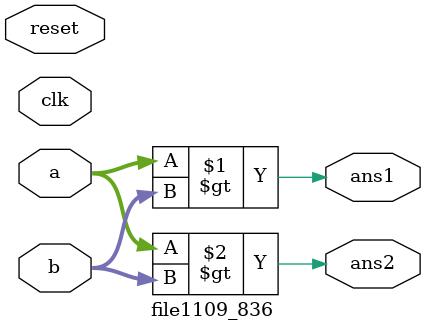
<source format=v>
`timescale 1ns / 1ps
module file1109_836(
	input clk,
	input reset,
	input [3:0] a,
	input [3:0] b,
   output ans1,
   output ans2
    );
	 
    assign ans1 = a > b;
    assign ans2 = $signed(a) > $signed(b);
endmodule

</source>
